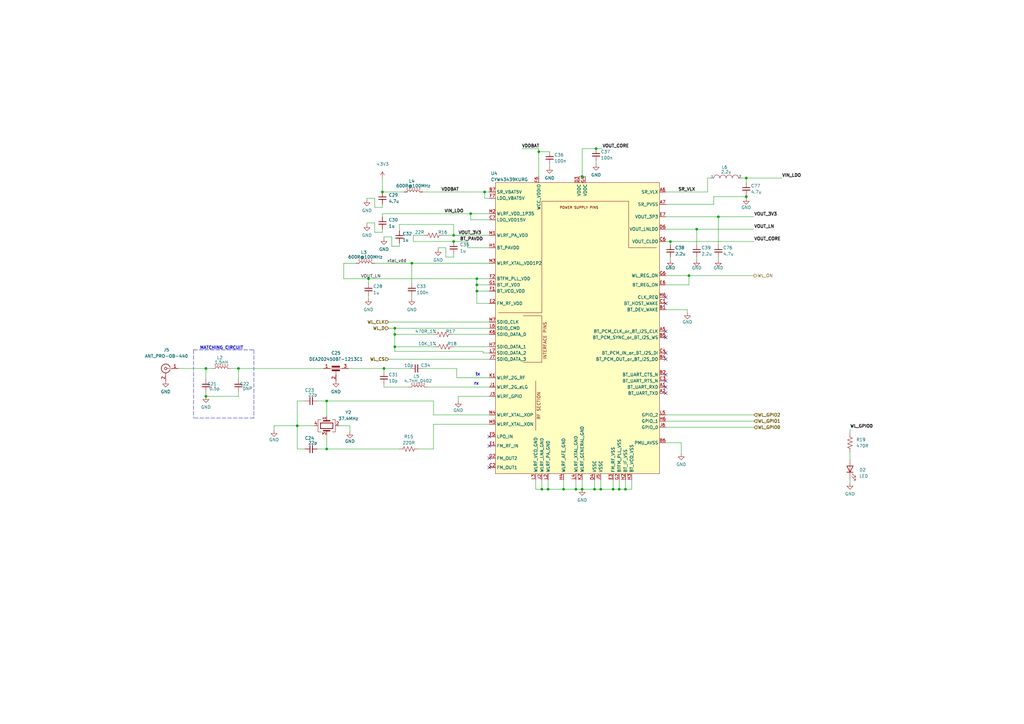
<source format=kicad_sch>
(kicad_sch (version 20211123) (generator eeschema)
  (paper "A3")
  (lib_symbols
    (symbol "Connector:Conn_Coaxial" (pin_names (offset 1.016) hide)
      (property "Reference" "J" (at 0.254 3.048 0))
      (property "Value" "Conn_Coaxial" (at 2.921 0 90))
      (symbol "Conn_Coaxial_0_1"
        (arc (start -1.778 -0.508) (mid 0.2311 -1.8066) (end 1.778 0) (stroke (width 0.254)))
        (polyline (pts (xy -2.54 0) (xy -0.508 0)))
        (polyline (pts (xy 0 -2.54) (xy 0 -1.778)))
        (circle (center 0 0) (radius 0.508) (stroke (width 0.2032)))
        (arc (start 1.778 0) (mid 0.2099 1.8101) (end -1.778 0.508) (stroke (width 0.254)))
      )
      (symbol "Conn_Coaxial_1_1"
        (pin passive line (at -5.08 0 0) (length 2.54) (name "In") (number "1"))
        (pin passive line (at 0 -5.08 90) (length 2.54) (name "Ext") (number "2"))
      )
    )
    (symbol "Device:C_Small" (pin_numbers hide) (pin_names (offset 0.254) hide)
      (property "Reference" "C" (at 0.254 1.778 0))
      (property "Value" "C_Small" (at 0.254 -2.032 0))
      (symbol "C_Small_0_1"
        (polyline (pts (xy -1.524 -0.508) (xy 1.524 -0.508)) (stroke (width 0.3302)))
        (polyline (pts (xy -1.524 0.508) (xy 1.524 0.508)) (stroke (width 0.3048)))
      )
      (symbol "C_Small_1_1"
        (pin passive line (at 0 2.54 270) (length 2.032) (name "~") (number "1"))
        (pin passive line (at 0 -2.54 90) (length 2.032) (name "~") (number "2"))
      )
    )
    (symbol "Device:Crystal_GND24" (pin_names (offset 1.016) hide)
      (property "Reference" "Y" (at 3.175 5.08 0))
      (property "Value" "Crystal_GND24" (at 3.175 3.175 0))
      (symbol "Crystal_GND24_0_1"
        (rectangle (start -1.143 2.54) (end 1.143 -2.54) (stroke (width 0.3048)))
        (polyline (pts (xy -2.54 0) (xy -2.032 0)))
        (polyline (pts (xy -2.032 -1.27) (xy -2.032 1.27)) (stroke (width 0.508)))
        (polyline (pts (xy 0 -3.81) (xy 0 -3.556)))
        (polyline (pts (xy 0 3.556) (xy 0 3.81)))
        (polyline (pts (xy 2.032 -1.27) (xy 2.032 1.27)) (stroke (width 0.508)))
        (polyline (pts (xy 2.032 0) (xy 2.54 0)))
        (polyline (pts (xy -2.54 -2.286) (xy -2.54 -3.556) (xy 2.54 -3.556) (xy 2.54 -2.286)))
        (polyline (pts (xy -2.54 2.286) (xy -2.54 3.556) (xy 2.54 3.556) (xy 2.54 2.286)))
      )
      (symbol "Crystal_GND24_1_1"
        (pin passive line (at -3.81 0 0) (length 1.27) (name "1") (number "1"))
        (pin passive line (at 0 5.08 270) (length 1.27) (name "2") (number "2"))
        (pin passive line (at 3.81 0 180) (length 1.27) (name "3") (number "3"))
        (pin passive line (at 0 -5.08 90) (length 1.27) (name "4") (number "4"))
      )
    )
    (symbol "Device:Filter_EMI_C" (pin_names (offset 0.254) hide)
      (property "Reference" "C" (at 0 7.62 0))
      (property "Value" "Filter_EMI_C" (at 0 5.715 0))
      (symbol "Filter_EMI_C_0_1"
        (rectangle (start -1.651 1.524) (end 1.524 2.032) (fill (type outline)))
        (polyline (pts (xy -2.54 2.54) (xy 2.54 2.54)))
        (polyline (pts (xy 0 0) (xy 0 1.778)))
        (rectangle (start 1.524 3.048) (end -1.651 3.556) (fill (type outline)))
      )
      (symbol "Filter_EMI_C_1_1"
        (pin passive line (at -5.08 2.54 0) (length 2.54) (name "1") (number "1"))
        (pin passive line (at 0 -2.54 90) (length 2.54) (name "2") (number "2"))
        (pin passive line (at 5.08 2.54 180) (length 2.54) (name "3") (number "3"))
      )
    )
    (symbol "Device:LED" (pin_numbers hide) (pin_names (offset 1.016) hide)
      (property "Reference" "D" (at 0 2.54 0))
      (property "Value" "LED" (at 0 -2.54 0))
      (symbol "LED_0_1"
        (polyline (pts (xy -1.27 -1.27) (xy -1.27 1.27)) (stroke (width 0.254)))
        (polyline (pts (xy -1.27 0) (xy 1.27 0)))
        (polyline (pts (xy 1.27 -1.27) (xy 1.27 1.27) (xy -1.27 0) (xy 1.27 -1.27)) (stroke (width 0.254)))
        (polyline (pts (xy -3.048 -0.762) (xy -4.572 -2.286) (xy -3.81 -2.286) (xy -4.572 -2.286) (xy -4.572 -1.524)))
        (polyline (pts (xy -1.778 -0.762) (xy -3.302 -2.286) (xy -2.54 -2.286) (xy -3.302 -2.286) (xy -3.302 -1.524)))
      )
      (symbol "LED_1_1"
        (pin passive line (at -3.81 0 0) (length 2.54) (name "K") (number "1"))
        (pin passive line (at 3.81 0 180) (length 2.54) (name "A") (number "2"))
      )
    )
    (symbol "Device:L_Ferrite" (pin_numbers hide) (pin_names (offset 1.016) hide)
      (property "Reference" "L" (at -1.27 0 90))
      (property "Value" "L_Ferrite" (at 2.794 0 90))
      (symbol "L_Ferrite_0_1"
        (arc (start 0 -2.54) (mid 0.635 -1.905) (end 0 -1.27))
        (arc (start 0 -1.27) (mid 0.635 -0.635) (end 0 0))
        (polyline (pts (xy 1.016 -2.794) (xy 1.016 -2.286)))
        (polyline (pts (xy 1.016 -1.778) (xy 1.016 -1.27)))
        (polyline (pts (xy 1.016 -0.762) (xy 1.016 -0.254)))
        (polyline (pts (xy 1.016 0.254) (xy 1.016 0.762)))
        (polyline (pts (xy 1.016 1.27) (xy 1.016 1.778)))
        (polyline (pts (xy 1.016 2.286) (xy 1.016 2.794)))
        (polyline (pts (xy 1.524 -2.286) (xy 1.524 -2.794)))
        (polyline (pts (xy 1.524 -1.27) (xy 1.524 -1.778)))
        (polyline (pts (xy 1.524 -0.254) (xy 1.524 -0.762)))
        (polyline (pts (xy 1.524 0.762) (xy 1.524 0.254)))
        (polyline (pts (xy 1.524 1.778) (xy 1.524 1.27)))
        (polyline (pts (xy 1.524 2.794) (xy 1.524 2.286)))
        (arc (start 0 0) (mid 0.635 0.635) (end 0 1.27))
        (arc (start 0 1.27) (mid 0.635 1.905) (end 0 2.54))
      )
      (symbol "L_Ferrite_1_1"
        (pin passive line (at 0 3.81 270) (length 1.27) (name "1") (number "1"))
        (pin passive line (at 0 -3.81 90) (length 1.27) (name "2") (number "2"))
      )
    )
    (symbol "Device:R_US" (pin_numbers hide) (pin_names (offset 0))
      (property "Reference" "R" (at 2.54 0 90))
      (property "Value" "R_US" (at -2.54 0 90))
      (symbol "R_US_0_1"
        (polyline (pts (xy 0 -2.286) (xy 0 -2.54)))
        (polyline (pts (xy 0 2.286) (xy 0 2.54)))
        (polyline (pts (xy 0 -0.762) (xy 1.016 -1.143) (xy 0 -1.524) (xy -1.016 -1.905) (xy 0 -2.286)))
        (polyline (pts (xy 0 0.762) (xy 1.016 0.381) (xy 0 0) (xy -1.016 -0.381) (xy 0 -0.762)))
        (polyline (pts (xy 0 2.286) (xy 1.016 1.905) (xy 0 1.524) (xy -1.016 1.143) (xy 0 0.762)))
      )
      (symbol "R_US_1_1"
        (pin passive line (at 0 3.81 270) (length 1.27) (name "~") (number "1"))
        (pin passive line (at 0 -3.81 90) (length 1.27) (name "~") (number "2"))
      )
    )
    (symbol "GCL_Integrated-Circuits:CYW43439KURG"
      (property "Reference" "U" (at 0 5.08 0))
      (property "Value" "CYW43439KURG" (at 0 2.54 0))
      (symbol "CYW43439KURG_0_0"
        (polyline (pts (xy 16.51 -101.6) (xy 16.51 -81.28)))
        (polyline (pts (xy 11.43 -54.61) (xy 19.05 -54.61) (xy 19.05 -73.66) (xy 11.43 -73.66)))
        (text "INTERFACE PINS" (at 20.32 -64.77 900) (effects (font (size 1.27 1.27))))
        (text "POWER SUPPLY PINS" (at 34.29 -10.16 0) (effects (font (size 1 1))))
        (text "RF SECTION" (at 17.78 -91.44 900) (effects (font (size 1.27 1.27))))
        (pin passive line (at 69.85 -83.82 180) (length 2.54) (name "BT_UART_RXD") (number "A1"))
        (pin passive line (at 69.85 -86.36 180) (length 2.54) (name "BT_UART_TXD") (number "A2"))
        (pin passive line (at 69.85 -60.96 180) (length 2.54) (name "BT_PCM_CLK_or_BT_I2S_CLK") (number "A5"))
        (pin passive line (at 69.85 -3.81 180) (length 2.54) (name "SR_VLX") (number "A6"))
        (pin passive line (at 69.85 -8.89 180) (length 2.54) (name "SR_PVSS") (number "A7"))
        (pin passive line (at 69.85 -52.07 180) (length 2.54) (name "BT_DEV_WAKE") (number "B1"))
        (pin passive line (at 69.85 -78.74 180) (length 2.54) (name "BT_UART_CTS_N") (number "B2"))
        (pin passive line (at 69.85 -72.39 180) (length 2.54) (name "BT_PCM_OUT_or_BT_I2S_DO") (number "B4"))
        (pin passive line (at 69.85 -63.5 180) (length 2.54) (name "BT_PCM_SYNC_or_BT_I2S_WS") (number "B5"))
        (pin passive line (at 69.85 -106.68 180) (length 2.54) (name "PMU_AVSS") (number "B6"))
        (pin passive line (at -2.54 -3.81 0) (length 2.54) (name "SR_VBAT5V") (number "B7"))
        (pin passive line (at 69.85 -49.53 180) (length 2.54) (name "BT_HOST_WAKE") (number "C1"))
        (pin passive line (at -2.54 -116.84 0) (length 2.54) (name "FM_OUT1") (number "C2"))
        (pin passive line (at 69.85 -81.28 180) (length 2.54) (name "BT_UART_RTS_N") (number "C3"))
        (pin passive line (at 69.85 -69.85 180) (length 2.54) (name "BT_PCM_IN_or_BT_I2S_DI") (number "C4"))
        (pin passive line (at 69.85 -24.13 180) (length 2.54) (name "VOUT_CLDO") (number "C6"))
        (pin passive line (at -2.54 -15.24 0) (length 2.54) (name "LDO_VDD15V") (number "C7"))
        (pin passive line (at -2.54 -113.03 0) (length 2.54) (name "FM_OUT2") (number "D2"))
        (pin passive line (at 34.29 2.54 270) (length 2.54) (name "VDDC") (number "D3"))
        (pin passive line (at 40.64 -121.92 90) (length 2.54) (name "VSSC") (number "D4"))
        (pin passive line (at 69.85 -19.05 180) (length 2.54) (name "VOUT_LNLDO") (number "D6"))
        (pin passive line (at -2.54 -107.95 0) (length 2.54) (name "FM_RF_IN") (number "E1"))
        (pin passive line (at -2.54 -49.53 0) (length 2.54) (name "FM_RF_VDD") (number "E2"))
        (pin passive line (at 48.26 -121.92 90) (length 2.54) (name "FM_RF_VSS") (number "E3"))
        (pin passive line (at 69.85 -41.91 180) (length 2.54) (name "BT_REG_ON") (number "E6"))
        (pin passive line (at 69.85 -13.97 180) (length 2.54) (name "VOUT_3P3") (number "E7"))
        (pin passive line (at -2.54 -44.45 0) (length 2.54) (name "BT_VCO_VDD") (number "F1"))
        (pin passive line (at -2.54 -39.37 0) (length 2.54) (name "BTFM_PLL_VDD") (number "F2"))
        (pin passive line (at -2.54 -104.14 0) (length 2.54) (name "LPO_IN") (number "F5"))
        (pin passive line (at 17.78 2.54 270) (length 2.54) (name "WCC_VDDIO") (number "F6"))
        (pin passive line (at -2.54 -6.35 0) (length 2.54) (name "LDO_VBAT5V") (number "F7"))
        (pin passive line (at -2.54 -41.91 0) (length 2.54) (name "BT_IF_VDD") (number "G1"))
        (pin passive line (at 50.8 -121.92 90) (length 2.54) (name "BTFM_PLL_VSS") (number "G2"))
        (pin passive line (at 36.83 2.54 270) (length 2.54) (name "VDDC") (number "G4"))
        (pin passive line (at 69.85 -38.1 180) (length 2.54) (name "WL_REG_ON") (number "G6"))
        (pin passive line (at -2.54 -26.67 0) (length 2.54) (name "BT_PAVDD") (number "H1"))
        (pin passive line (at 53.34 -121.92 90) (length 2.54) (name "BT_IF_VSS") (number "H2"))
        (pin passive line (at 55.88 -121.92 90) (length 2.54) (name "BT_VCO_VSS") (number "H3"))
        (pin passive line (at 27.94 -121.92 90) (length 2.54) (name "WLRF_AFE_GND") (number "H4"))
        (pin passive line (at 69.85 -97.79 180) (length 2.54) (name "GPIO_1") (number "H6"))
        (pin passive line (at -2.54 -67.31 0) (length 2.54) (name "SDIO_DATA_1") (number "H7"))
        (pin passive line (at -2.54 -83.82 0) (length 2.54) (name "WLRF_2G_eLG") (number "J1"))
        (pin passive line (at 19.05 -121.92 90) (length 2.54) (name "WLRF_LNA_GND") (number "J2"))
        (pin passive line (at -2.54 -87.63 0) (length 2.54) (name "WLRF_GPIO") (number "J3"))
        (pin passive line (at 43.18 -121.92 90) (length 2.54) (name "VSSC") (number "J5"))
        (pin passive line (at 69.85 -100.33 180) (length 2.54) (name "GPIO_0") (number "J6"))
        (pin passive line (at -2.54 -72.39 0) (length 2.54) (name "SDIO_DATA_3") (number "J7"))
        (pin passive line (at -2.54 -80.01 0) (length 2.54) (name "WLRF_2G_RF") (number "K1"))
        (pin passive line (at 35.56 -121.92 90) (length 2.54) (name "WLRF_GENERAL_GND") (number "K2"))
        (pin passive line (at -2.54 -62.23 0) (length 2.54) (name "SDIO_DATA_0") (number "K6"))
        (pin passive line (at 21.59 -121.92 90) (length 2.54) (name "WLRF_PA_GND") (number "L2"))
        (pin passive line (at 16.51 -121.92 90) (length 2.54) (name "WLRF_VCO_GND") (number "L3"))
        (pin passive line (at 33.02 -121.92 90) (length 2.54) (name "WLRF_XTAL_GND") (number "L4"))
        (pin passive line (at 69.85 -95.25 180) (length 2.54) (name "GPIO_2") (number "L5"))
        (pin passive line (at -2.54 -59.69 0) (length 2.54) (name "SDIO_CMD") (number "L6"))
        (pin passive line (at -2.54 -69.85 0) (length 2.54) (name "SDIO_DATA_2") (number "L7"))
        (pin passive line (at -2.54 -21.59 0) (length 2.54) (name "WLRF_PA_VDD") (number "M1"))
        (pin passive line (at -2.54 -12.7 0) (length 2.54) (name "WLRF_VDD_1P35") (number "M2"))
        (pin passive line (at -2.54 -33.02 0) (length 2.54) (name "WLRF_XTAL_VDD1P2") (number "M3"))
        (pin passive line (at -2.54 -95.25 0) (length 2.54) (name "WLRF_XTAL_XOP") (number "M4"))
        (pin passive line (at -2.54 -99.06 0) (length 2.54) (name "WLRF_XTAL_XON") (number "M5"))
        (pin passive line (at 69.85 -46.99 180) (length 2.54) (name "CLK_REQ") (number "M6"))
        (pin passive line (at -2.54 -57.15 0) (length 2.54) (name "SDIO_CLK") (number "M7"))
      )
      (symbol "CYW43439KURG_0_1"
        (polyline (pts (xy 54.61 -25.4) (xy 54.61 -26.67) (xy 66.04 -26.67)))
        (polyline (pts (xy 54.61 -25.4) (xy 54.61 -7.62) (xy 19.05 -7.62) (xy 19.05 -53.34) (xy 19.05 -53.34) (xy 1.27 -53.34)))
        (rectangle (start 0 0) (end 67.31 -119.38) (fill (type background)))
      )
    )
    (symbol "power:+3V3" (power) (pin_names (offset 0))
      (property "Value" "+3V3" (at 0 3.556 0))
      (symbol "+3V3_0_1"
        (polyline (pts (xy -0.762 1.27) (xy 0 2.54)))
        (polyline (pts (xy 0 0) (xy 0 2.54)))
        (polyline (pts (xy 0 2.54) (xy 0.762 1.27)))
      )
      (symbol "+3V3_1_1"
        (pin power_in line (at 0 0 90) (length 0) hide (name "+3V3") (number "1"))
      )
    )
    (symbol "power:GND" (power) (pin_names (offset 0))
      (property "Value" "GND" (at 0 -3.81 0))
      (symbol "GND_0_1"
        (polyline (pts (xy 0 0) (xy 0 -1.27) (xy 1.27 -1.27) (xy 0 -2.54) (xy -1.27 -1.27) (xy 0 -1.27)))
      )
      (symbol "GND_1_1"
        (pin power_in line (at 0 0 270) (length 0) hide (name "GND") (number "1"))
      )
    )
    (symbol "pspice:INDUCTOR" (pin_numbers hide) (pin_names (offset 0))
      (property "Reference" "L" (at 0 2.54 0))
      (property "Value" "INDUCTOR" (at 0 -1.27 0))
      (symbol "INDUCTOR_0_1"
        (arc (start -2.54 0) (mid -3.81 1.27) (end -5.08 0))
        (arc (start 0 0) (mid -1.27 1.27) (end -2.54 0))
        (arc (start 2.54 0) (mid 1.27 1.27) (end 0 0))
        (arc (start 5.08 0) (mid 3.81 1.27) (end 2.54 0))
      )
      (symbol "INDUCTOR_1_1"
        (pin input line (at -6.35 0 0) (length 1.27) (name "1") (number "1"))
        (pin input line (at 6.35 0 180) (length 1.27) (name "2") (number "2"))
      )
    )
  )
  (junction (at 198.755 78.74))
  (junction (at 236.22 200.66))
  (junction (at 306.07 73.025))
  (junction (at 186.055 96.52))
  (junction (at 195.58 114.3))
  (junction (at 168.91 107.95))
  (junction (at 256.54 200.66))
  (junction (at 285.75 93.98))
  (junction (at 84.455 162.56))
  (junction (at 121.92 174.625))
  (junction (at 133.985 184.15))
  (junction (at 133.985 164.465))
  (junction (at 156.845 78.74))
  (junction (at 282.575 113.03))
  (junction (at 246.38 200.66))
  (junction (at 195.58 116.84))
  (junction (at 306.07 80.645))
  (junction (at 161.925 142.24))
  (junction (at 294.64 88.9))
  (junction (at 220.98 62.23))
  (junction (at 238.76 200.66))
  (junction (at 238.76 72.39))
  (junction (at 243.84 200.66))
  (junction (at 157.48 151.13))
  (junction (at 244.475 60.96))
  (junction (at 193.04 87.63))
  (junction (at 195.58 119.38))
  (junction (at 186.055 99.06))
  (junction (at 84.455 151.13))
  (junction (at 222.25 200.66))
  (junction (at 251.46 200.66))
  (junction (at 254 200.66))
  (junction (at 97.79 151.13))
  (junction (at 274.955 99.06))
  (junction (at 151.13 114.3))
  (junction (at 231.14 200.66))
  (junction (at 224.79 200.66))
  (junction (at 161.925 134.62))
  (junction (at 161.925 137.16))
  (no_connect (at 200.66 187.96))
  (no_connect (at 273.05 135.89))
  (no_connect (at 273.05 144.78))
  (no_connect (at 273.05 138.43))
  (no_connect (at 273.05 121.92))
  (no_connect (at 273.05 124.46))
  (no_connect (at 273.05 161.29))
  (no_connect (at 273.05 153.67))
  (no_connect (at 273.05 156.21))
  (no_connect (at 200.66 179.07))
  (no_connect (at 200.66 182.88))
  (no_connect (at 200.66 191.77))
  (no_connect (at 273.05 158.75))
  (no_connect (at 273.05 147.32))
  (wire (pts (xy 238.76 72.39) (xy 238.76 60.96)))
  (wire (pts (xy 238.76 60.96) (xy 244.475 60.96)))
  (wire (pts (xy 151.13 114.3) (xy 151.13 116.205)))
  (wire (pts (xy 173.355 151.13) (xy 187.325 151.13)))
  (wire (pts (xy 304.165 73.025) (xy 306.07 73.025)))
  (wire (pts (xy 187.325 154.94) (xy 200.66 154.94)))
  (wire (pts (xy 161.925 144.145) (xy 198.12 144.145)))
  (wire (pts (xy 238.76 200.66) (xy 243.84 200.66)))
  (wire (pts (xy 282.575 116.84) (xy 273.05 116.84)))
  (wire (pts (xy 168.91 107.95) (xy 200.66 107.95)))
  (wire (pts (xy 186.055 99.06) (xy 191.77 99.06)))
  (wire (pts (xy 251.46 196.85) (xy 251.46 200.66)))
  (wire (pts (xy 259.08 200.66) (xy 259.08 196.85)))
  (wire (pts (xy 163.83 99.695) (xy 163.83 100.965)))
  (wire (pts (xy 112.395 174.625) (xy 112.395 176.53)))
  (wire (pts (xy 213.995 60.96) (xy 220.98 60.96)))
  (wire (pts (xy 121.92 174.625) (xy 112.395 174.625)))
  (wire (pts (xy 246.38 196.85) (xy 246.38 200.66)))
  (wire (pts (xy 160.655 100.965) (xy 160.655 97.155)))
  (wire (pts (xy 182.88 101.6) (xy 179.705 101.6)))
  (wire (pts (xy 125.095 184.15) (xy 121.92 184.15)))
  (wire (pts (xy 143.51 174.625) (xy 143.51 177.165)))
  (wire (pts (xy 169.545 96.52) (xy 173.99 96.52)))
  (wire (pts (xy 177.8 170.18) (xy 177.8 164.465)))
  (wire (pts (xy 200.66 101.6) (xy 191.77 101.6)))
  (wire (pts (xy 130.175 164.465) (xy 133.985 164.465)))
  (wire (pts (xy 273.05 170.18) (xy 309.245 170.18)))
  (wire (pts (xy 219.71 200.66) (xy 222.25 200.66)))
  (wire (pts (xy 195.58 124.46) (xy 195.58 119.38)))
  (wire (pts (xy 139.065 174.625) (xy 143.51 174.625)))
  (wire (pts (xy 198.755 81.28) (xy 198.755 78.74)))
  (wire (pts (xy 163.83 100.965) (xy 160.655 100.965)))
  (wire (pts (xy 195.58 116.84) (xy 200.66 116.84)))
  (wire (pts (xy 200.66 81.28) (xy 198.755 81.28)))
  (wire (pts (xy 282.575 113.03) (xy 309.245 113.03)))
  (wire (pts (xy 224.79 200.66) (xy 231.14 200.66)))
  (wire (pts (xy 182.88 105.41) (xy 182.88 101.6)))
  (polyline (pts (xy 79.375 143.51) (xy 104.14 143.51)))
  (wire (pts (xy 161.925 142.24) (xy 161.925 137.16)))
  (wire (pts (xy 306.07 73.025) (xy 320.675 73.025)))
  (wire (pts (xy 128.905 174.625) (xy 121.92 174.625)))
  (wire (pts (xy 200.66 162.56) (xy 187.96 162.56)))
  (wire (pts (xy 156.845 95.25) (xy 153.67 95.25)))
  (wire (pts (xy 348.615 196.215) (xy 348.615 198.12)))
  (wire (pts (xy 251.46 200.66) (xy 254 200.66)))
  (wire (pts (xy 177.8 184.15) (xy 177.8 173.99)))
  (wire (pts (xy 140.97 107.95) (xy 146.05 107.95)))
  (wire (pts (xy 244.475 60.96) (xy 247.015 60.96)))
  (wire (pts (xy 169.545 99.06) (xy 186.055 99.06)))
  (wire (pts (xy 236.22 196.85) (xy 236.22 200.66)))
  (polyline (pts (xy 104.14 143.51) (xy 104.14 171.45)))
  (wire (pts (xy 156.845 87.63) (xy 156.845 88.9)))
  (wire (pts (xy 125.095 164.465) (xy 121.92 164.465)))
  (wire (pts (xy 222.25 196.85) (xy 222.25 200.66)))
  (wire (pts (xy 157.48 151.13) (xy 168.275 151.13)))
  (wire (pts (xy 195.58 119.38) (xy 200.66 119.38)))
  (wire (pts (xy 285.75 93.98) (xy 285.75 100.33)))
  (wire (pts (xy 168.91 121.285) (xy 168.91 122.555)))
  (wire (pts (xy 273.05 181.61) (xy 279.4 181.61)))
  (wire (pts (xy 94.615 151.13) (xy 97.79 151.13)))
  (wire (pts (xy 177.8 170.18) (xy 200.66 170.18)))
  (wire (pts (xy 186.055 105.41) (xy 182.88 105.41)))
  (wire (pts (xy 186.055 92.075) (xy 186.055 96.52)))
  (wire (pts (xy 133.985 164.465) (xy 177.8 164.465)))
  (wire (pts (xy 225.425 67.31) (xy 225.425 68.58)))
  (wire (pts (xy 150.495 81.28) (xy 150.495 81.915)))
  (wire (pts (xy 290.195 73.025) (xy 291.465 73.025)))
  (wire (pts (xy 130.175 184.15) (xy 133.985 184.15)))
  (wire (pts (xy 159.385 147.32) (xy 200.66 147.32)))
  (wire (pts (xy 220.98 72.39) (xy 220.98 62.23)))
  (wire (pts (xy 156.845 73.025) (xy 156.845 78.74)))
  (wire (pts (xy 153.67 91.44) (xy 150.495 91.44)))
  (wire (pts (xy 156.845 83.82) (xy 156.845 85.09)))
  (wire (pts (xy 73.025 151.13) (xy 84.455 151.13)))
  (wire (pts (xy 195.58 119.38) (xy 195.58 116.84)))
  (wire (pts (xy 193.04 87.63) (xy 200.66 87.63)))
  (wire (pts (xy 281.94 127) (xy 281.94 128.27)))
  (wire (pts (xy 273.05 78.74) (xy 290.195 78.74)))
  (wire (pts (xy 273.05 88.9) (xy 294.64 88.9)))
  (wire (pts (xy 191.77 101.6) (xy 191.77 99.06)))
  (wire (pts (xy 294.64 105.41) (xy 294.64 106.68)))
  (wire (pts (xy 187.96 162.56) (xy 187.96 164.465)))
  (wire (pts (xy 142.875 151.13) (xy 157.48 151.13)))
  (wire (pts (xy 84.455 162.56) (xy 97.79 162.56)))
  (wire (pts (xy 153.67 85.09) (xy 153.67 81.28)))
  (wire (pts (xy 198.755 78.74) (xy 200.66 78.74)))
  (wire (pts (xy 274.955 99.06) (xy 309.245 99.06)))
  (wire (pts (xy 231.14 196.85) (xy 231.14 200.66)))
  (wire (pts (xy 198.12 144.145) (xy 198.12 144.78)))
  (wire (pts (xy 290.195 78.74) (xy 290.195 73.025)))
  (wire (pts (xy 97.79 151.13) (xy 132.715 151.13)))
  (wire (pts (xy 246.38 200.66) (xy 251.46 200.66)))
  (wire (pts (xy 222.25 200.66) (xy 224.79 200.66)))
  (wire (pts (xy 157.48 158.75) (xy 157.48 157.48)))
  (wire (pts (xy 279.4 181.61) (xy 279.4 186.055)))
  (wire (pts (xy 133.985 184.15) (xy 163.83 184.15)))
  (wire (pts (xy 159.385 132.08) (xy 200.66 132.08)))
  (wire (pts (xy 224.79 196.85) (xy 224.79 200.66)))
  (wire (pts (xy 97.79 162.56) (xy 97.79 160.655)))
  (wire (pts (xy 254 200.66) (xy 256.54 200.66)))
  (wire (pts (xy 179.705 101.6) (xy 179.705 102.235)))
  (wire (pts (xy 274.955 105.41) (xy 274.955 106.68)))
  (wire (pts (xy 348.615 185.42) (xy 348.615 188.595)))
  (wire (pts (xy 306.07 73.025) (xy 306.07 74.93)))
  (wire (pts (xy 186.055 96.52) (xy 200.66 96.52)))
  (wire (pts (xy 156.845 93.98) (xy 156.845 95.25)))
  (wire (pts (xy 200.66 90.17) (xy 193.04 90.17)))
  (wire (pts (xy 238.76 72.39) (xy 240.03 72.39)))
  (wire (pts (xy 254 196.85) (xy 254 200.66)))
  (wire (pts (xy 273.05 93.98) (xy 285.75 93.98)))
  (wire (pts (xy 244.475 66.04) (xy 244.475 67.31)))
  (wire (pts (xy 195.58 114.3) (xy 200.66 114.3)))
  (wire (pts (xy 151.13 114.3) (xy 195.58 114.3)))
  (wire (pts (xy 306.07 80.01) (xy 306.07 80.645)))
  (wire (pts (xy 160.655 97.155) (xy 157.48 97.155)))
  (wire (pts (xy 153.67 107.95) (xy 168.91 107.95)))
  (wire (pts (xy 156.845 78.74) (xy 165.735 78.74)))
  (wire (pts (xy 161.925 137.16) (xy 177.8 137.16)))
  (wire (pts (xy 157.48 158.75) (xy 167.64 158.75)))
  (wire (pts (xy 220.98 62.23) (xy 225.425 62.23)))
  (wire (pts (xy 159.385 134.62) (xy 161.925 134.62)))
  (wire (pts (xy 84.455 151.13) (xy 84.455 155.575)))
  (wire (pts (xy 84.455 151.13) (xy 86.995 151.13)))
  (wire (pts (xy 273.05 113.03) (xy 282.575 113.03)))
  (wire (pts (xy 282.575 113.03) (xy 282.575 116.84)))
  (wire (pts (xy 161.925 142.24) (xy 161.925 144.145)))
  (wire (pts (xy 198.12 144.78) (xy 200.66 144.78)))
  (wire (pts (xy 173.355 78.74) (xy 198.755 78.74)))
  (polyline (pts (xy 104.14 171.45) (xy 79.375 171.45)))
  (wire (pts (xy 177.8 173.99) (xy 200.66 173.99)))
  (wire (pts (xy 193.04 90.17) (xy 193.04 87.63)))
  (wire (pts (xy 243.84 200.66) (xy 246.38 200.66)))
  (wire (pts (xy 238.76 196.85) (xy 238.76 200.66)))
  (wire (pts (xy 193.04 87.63) (xy 156.845 87.63)))
  (wire (pts (xy 236.22 200.66) (xy 238.76 200.66)))
  (wire (pts (xy 186.055 104.14) (xy 186.055 105.41)))
  (wire (pts (xy 348.615 175.895) (xy 348.615 177.8)))
  (wire (pts (xy 171.45 184.15) (xy 177.8 184.15)))
  (wire (pts (xy 140.97 114.3) (xy 151.13 114.3)))
  (wire (pts (xy 121.92 174.625) (xy 121.92 184.15)))
  (wire (pts (xy 200.66 142.24) (xy 186.055 142.24)))
  (wire (pts (xy 231.14 200.66) (xy 236.22 200.66)))
  (wire (pts (xy 161.925 137.16) (xy 161.925 134.62)))
  (wire (pts (xy 163.83 94.615) (xy 163.83 92.075)))
  (wire (pts (xy 219.71 196.85) (xy 219.71 200.66)))
  (wire (pts (xy 237.49 72.39) (xy 238.76 72.39)))
  (wire (pts (xy 256.54 200.66) (xy 259.08 200.66)))
  (wire (pts (xy 306.07 80.645) (xy 306.07 81.28)))
  (wire (pts (xy 97.79 155.575) (xy 97.79 151.13)))
  (wire (pts (xy 273.05 175.26) (xy 309.245 175.26)))
  (wire (pts (xy 273.05 172.72) (xy 309.245 172.72)))
  (wire (pts (xy 84.455 160.655) (xy 84.455 162.56)))
  (wire (pts (xy 294.64 88.9) (xy 294.64 100.33)))
  (wire (pts (xy 121.92 164.465) (xy 121.92 174.625)))
  (wire (pts (xy 163.83 92.075) (xy 186.055 92.075)))
  (wire (pts (xy 292.735 83.82) (xy 292.735 80.645)))
  (wire (pts (xy 274.955 99.06) (xy 273.05 99.06)))
  (wire (pts (xy 150.495 91.44) (xy 150.495 92.075)))
  (wire (pts (xy 157.48 151.13) (xy 157.48 152.4)))
  (wire (pts (xy 294.64 88.9) (xy 309.245 88.9)))
  (wire (pts (xy 200.66 124.46) (xy 195.58 124.46)))
  (wire (pts (xy 285.75 105.41) (xy 285.75 106.68)))
  (wire (pts (xy 156.845 85.09) (xy 153.67 85.09)))
  (wire (pts (xy 187.325 151.13) (xy 187.325 154.94)))
  (wire (pts (xy 169.545 99.06) (xy 169.545 96.52)))
  (wire (pts (xy 153.67 81.28) (xy 150.495 81.28)))
  (wire (pts (xy 220.98 62.23) (xy 220.98 60.96)))
  (wire (pts (xy 200.66 137.16) (xy 185.42 137.16)))
  (wire (pts (xy 140.97 114.3) (xy 140.97 107.95)))
  (wire (pts (xy 195.58 116.84) (xy 195.58 114.3)))
  (wire (pts (xy 178.435 142.24) (xy 161.925 142.24)))
  (wire (pts (xy 243.84 196.85) (xy 243.84 200.66)))
  (wire (pts (xy 285.75 93.98) (xy 309.245 93.98)))
  (wire (pts (xy 168.91 107.95) (xy 168.91 116.205)))
  (wire (pts (xy 133.985 178.435) (xy 133.985 184.15)))
  (wire (pts (xy 151.13 121.285) (xy 151.13 122.555)))
  (wire (pts (xy 274.955 100.33) (xy 274.955 99.06)))
  (wire (pts (xy 256.54 196.85) (xy 256.54 200.66)))
  (wire (pts (xy 273.05 127) (xy 281.94 127)))
  (wire (pts (xy 153.67 95.25) (xy 153.67 91.44)))
  (polyline (pts (xy 79.375 143.51) (xy 79.375 171.45)))
  (wire (pts (xy 175.26 158.75) (xy 200.66 158.75)))
  (wire (pts (xy 161.925 134.62) (xy 200.66 134.62)))
  (wire (pts (xy 133.985 170.815) (xy 133.985 164.465)))
  (wire (pts (xy 292.735 80.645) (xy 306.07 80.645)))
  (wire (pts (xy 181.61 96.52) (xy 186.055 96.52)))
  (wire (pts (xy 157.48 97.155) (xy 157.48 97.79)))
  (wire (pts (xy 273.05 83.82) (xy 292.735 83.82)))
  (text "tx" (at 194.945 154.305 0) (effects (font (size 1.27 1.27) bold) (justify left bottom)))
  (text "MATCHING CIRCUIT" (at 81.915 143.51 0) (effects (font (size 1.27 1.27) bold) (justify left bottom)))
  (text "rx" (at 194.31 158.115 0) (effects (font (size 1.27 1.27) bold) (justify left bottom)))
  (label "xtal_vdd" (at 158.75 107.95 0))
  (label "VDDBAT" (at 180.975 78.74 0) (effects (font bold)))
  (label "VOUT_CORE" (at 247.015 60.96 0) (effects (font bold)))
  (label "VIN_LDO" (at 320.675 73.025 0) (effects (font bold)))
  (label "VDDBAT" (at 213.995 60.96 0) (effects (font bold)))
  (label "VOUT_3V3" (at 187.96 96.52 0) (effects (font bold)))
  (label "BT_PAVDD" (at 188.595 99.06 0) (effects (font bold)))
  (label "VOUT_LN" (at 309.245 93.98 0) (effects (font bold)))
  (label "VOUT_LN" (at 147.955 114.3 0))
  (label "WL_GPIO0" (at 348.615 175.895 0) (effects (font bold)))
  (label "SR_VLX" (at 278.13 78.74 0) (effects (font bold)))
  (label "VIN_LDO" (at 182.245 87.63 0) (effects (font bold)))
  (label "VOUT_CORE" (at 309.245 99.06 0) (effects (font bold)))
  (label "VOUT_3V3" (at 309.245 88.9 0) (effects (font bold)))
  (hierarchical_label "WL_GPIO1" (shape input) (at 309.245 172.72 0) (effects (font bold)))
  (hierarchical_label "WL_D" (shape input) (at 159.385 134.62 180) (effects (font bold)))
  (hierarchical_label "WL_ON" (shape output) (at 309.245 113.03 0))
  (hierarchical_label "WL_GPIO0" (shape input) (at 309.245 175.26 0) (effects (font bold)))
  (hierarchical_label "WL_GPIO2" (shape input) (at 309.245 170.18 0) (effects (font bold)))
  (hierarchical_label "WL_CS" (shape input) (at 159.385 147.32 180) (effects (font bold)))
  (hierarchical_label "WL_CLK" (shape input) (at 159.385 132.08 180) (effects (font bold)))
  (symbol (lib_id "Device:C_Small") (at 156.845 81.28 0) (unit 1)
    (property "Reference" "C29" (at 159.385 80.0162 0) (effects (justify left)))
    (property "Value" "4.7u" (at 159.385 82.5562 0) (effects (justify left)))
    (property "Footprint" "Capacitor_SMD:C_0402_1005Metric" (effects hide))
  )
  (symbol (lib_id "power:GND") (at 150.495 92.075 0) (unit 1)
    (property "Reference" "#PWR044" (effects hide))
    (property "Value" "GND" (at 150.495 96.52 0))
  )
  (symbol (lib_id "power:GND") (at 281.94 128.27 0) (unit 1)
    (property "Reference" "#PWR056" (effects hide))
    (property "Value" "GND" (at 281.94 132.08 0))
  )
  (symbol (lib_id "Device:C_Small") (at 306.07 77.47 0) (unit 1)
    (property "Reference" "C77" (at 307.975 76.2 0) (effects (justify left)))
    (property "Value" "4.7u" (at 307.975 78.74 0) (effects (justify left)))
    (property "Footprint" "Capacitor_SMD:C_0402_1005Metric" (effects hide))
  )
  (symbol (lib_id "Device:C_Small") (at 294.64 102.87 0) (unit 1)
    (property "Reference" "C76" (at 296.545 101.6 0) (effects (justify left)))
    (property "Value" "4.7u" (at 296.545 104.14 0) (effects (justify left)))
    (property "Footprint" "Capacitor_SMD:C_0402_1005Metric" (effects hide))
  )
  (symbol (lib_id "Device:L_Ferrite") (at 169.545 78.74 90) (unit 1)
    (property "Reference" "L4" (at 168.91 74.295 90))
    (property "Value" "600R@100MHz" (at 169.545 76.2 90))
    (property "Footprint" "Inductor_SMD:L_0402_1005Metric" (effects hide))
  )
  (symbol (lib_id "Device:L_Ferrite") (at 171.45 158.75 90) (unit 1)
    (property "Reference" "L5" (at 170.815 154.305 90))
    (property "Value" "4.7nH_0402" (at 171.45 156.21 90))
    (property "Footprint" "Inductor_SMD:L_0402_1005Metric" (effects hide))
  )
  (symbol (lib_id "power:GND") (at 225.425 68.58 0) (unit 1)
    (property "Reference" "#PWR051" (effects hide))
    (property "Value" "GND" (at 225.425 73.025 0))
  )
  (symbol (lib_id "Device:C_Small") (at 157.48 154.94 0) (unit 1)
    (property "Reference" "C31" (at 159.385 153.67 0) (effects (justify left)))
    (property "Value" "10p" (at 159.385 156.21 0) (effects (justify left)))
    (property "Footprint" "Capacitor_SMD:C_0402_1005Metric" (effects hide))
  )
  (symbol (lib_id "power:GND") (at 244.475 67.31 0) (unit 1)
    (property "Reference" "#PWR053" (effects hide))
    (property "Value" "GND" (at 244.475 71.755 0))
  )
  (symbol (lib_id "power:GND") (at 187.96 164.465 0) (unit 1)
    (property "Reference" "#PWR050" (effects hide))
    (property "Value" "GND" (at 187.96 168.275 0))
  )
  (symbol (lib_id "Device:C_Small") (at 127.635 184.15 90) (unit 1)
    (property "Reference" "C24" (at 128.905 179.705 90) (effects (justify left)))
    (property "Value" "22p" (at 130.175 181.61 90) (effects (justify left)))
    (property "Footprint" "Capacitor_SMD:C_0402_1005Metric" (effects hide))
  )
  (symbol (lib_id "power:GND") (at 157.48 97.79 0) (unit 1)
    (property "Reference" "#PWR047" (effects hide))
    (property "Value" "GND" (at 157.48 102.235 0))
  )
  (symbol (lib_id "Device:C_Small") (at 84.455 158.115 180) (unit 1)
    (property "Reference" "C21" (at 88.9 157.48 0) (effects (justify left)))
    (property "Value" "0.5p" (at 90.17 159.385 0) (effects (justify left)))
    (property "Footprint" "Capacitor_SMD:C_0402_1005Metric" (effects hide))
  )
  (symbol (lib_id "Device:R_US") (at 181.61 137.16 90) (unit 1)
    (property "Reference" "R17" (at 184.785 135.89 90))
    (property "Value" "470R_1%" (at 174.625 135.89 90))
    (property "Footprint" "Resistor_SMD:R_0402_1005Metric" (effects hide))
  )
  (symbol (lib_id "power:GND") (at 279.4 186.055 0) (unit 1)
    (property "Reference" "#PWR055" (effects hide))
    (property "Value" "GND" (at 279.4 190.5 0))
  )
  (symbol (lib_id "Device:C_Small") (at 127.635 164.465 90) (unit 1)
    (property "Reference" "C23" (at 128.905 160.02 90) (effects (justify left)))
    (property "Value" "22p" (at 130.175 161.925 90) (effects (justify left)))
    (property "Footprint" "Capacitor_SMD:C_0402_1005Metric" (effects hide))
  )
  (symbol (lib_id "Device:L_Ferrite") (at 149.86 107.95 90) (unit 1)
    (property "Reference" "L3" (at 149.225 103.505 90))
    (property "Value" "600R@100MHz" (at 149.86 105.41 90))
    (property "Footprint" "Inductor_SMD:L_0402_1005Metric" (effects hide))
  )
  (symbol (lib_id "pspice:INDUCTOR") (at 297.815 73.025 0) (unit 1)
    (property "Reference" "L6" (at 297.18 68.58 0))
    (property "Value" "2.2u" (at 297.815 70.485 0))
    (property "Footprint" "Inductor_SMD:L_0805_2012Metric" (effects hide))
  )
  (symbol (lib_id "power:GND") (at 306.07 81.28 0) (unit 1)
    (property "Reference" "#PWR0139" (effects hide))
    (property "Value" "GND" (at 306.07 85.09 0))
  )
  (symbol (lib_id "Device:R_US") (at 182.245 142.24 90) (unit 1)
    (property "Reference" "R18" (at 185.42 140.97 90))
    (property "Value" "10K_1%" (at 175.26 140.97 90))
    (property "Footprint" "Resistor_SMD:R_0402_1005Metric" (effects hide))
  )
  (symbol (lib_id "Device:R_US") (at 348.615 181.61 0) (unit 1)
    (property "Reference" "R19" (at 351.155 180.3399 0) (effects (justify left)))
    (property "Value" "470R" (at 351.155 182.8799 0) (effects (justify left)))
    (property "Footprint" "Resistor_SMD:R_0402_1005Metric" (effects hide))
  )
  (symbol (lib_id "power:GND") (at 294.64 106.68 0) (unit 1)
    (property "Reference" "#PWR0138" (effects hide))
    (property "Value" "GND" (at 294.64 109.855 0))
  )
  (symbol (lib_id "Device:C_Small") (at 151.13 118.745 0) (unit 1)
    (property "Reference" "C28" (at 153.035 117.475 0) (effects (justify left)))
    (property "Value" "1u" (at 153.035 120.015 0) (effects (justify left)))
    (property "Footprint" "Capacitor_SMD:C_0402_1005Metric" (effects hide))
  )
  (symbol (lib_id "power:+3V3") (at 156.845 73.025 0) (unit 1)
    (property "Reference" "#PWR046" (effects hide))
    (property "Value" "+3V3" (at 156.845 67.31 0))
  )
  (symbol (lib_id "Device:C_Small") (at 225.425 64.77 0) (unit 1)
    (property "Reference" "C36" (at 227.33 63.5 0) (effects (justify left)))
    (property "Value" "100n" (at 227.33 66.04 0) (effects (justify left)))
    (property "Footprint" "Capacitor_SMD:C_0402_1005Metric" (effects hide))
  )
  (symbol (lib_id "power:GND") (at 137.795 156.21 0) (unit 1)
    (property "Reference" "#PWR041" (effects hide))
    (property "Value" "GND" (at 137.795 160.655 0))
  )
  (symbol (lib_id "power:GND") (at 168.91 122.555 0) (unit 1)
    (property "Reference" "#PWR048" (effects hide))
    (property "Value" "GND" (at 168.91 127 0))
  )
  (symbol (lib_id "Device:L_Ferrite") (at 90.805 151.13 90) (unit 1)
    (property "Reference" "L2" (at 90.17 146.685 90))
    (property "Value" "1.5nH" (at 90.805 148.59 90))
    (property "Footprint" "Inductor_SMD:L_0402_1005Metric" (effects hide))
  )
  (symbol (lib_id "Device:R_US") (at 167.64 184.15 90) (unit 1)
    (property "Reference" "R15" (at 167.64 179.07 90))
    (property "Value" "220R" (at 167.64 181.61 90))
    (property "Footprint" "Resistor_SMD:R_0402_1005Metric" (effects hide))
  )
  (symbol (lib_id "Device:C_Small") (at 274.955 102.87 0) (unit 1)
    (property "Reference" "C38" (at 276.86 101.6 0) (effects (justify left)))
    (property "Value" "2.2u" (at 276.86 104.14 0) (effects (justify left)))
    (property "Footprint" "Capacitor_SMD:C_0402_1005Metric" (effects hide))
  )
  (symbol (lib_id "power:GND") (at 143.51 177.165 0) (unit 1)
    (property "Reference" "#PWR042" (effects hide))
    (property "Value" "GND" (at 143.51 180.975 0))
  )
  (symbol (lib_id "Connector:Conn_Coaxial") (at 67.945 151.13 0) (mirror y) (unit 1)
    (property "Reference" "J5" (at 68.2624 143.51 0))
    (property "Value" "ANT_PRO-OB-440" (at 68.2624 146.05 0))
    (property "Footprint" "greencharge-footprints:ANT_PRO-OB-440" (effects hide))
    (property "Datasheet" " ~" (effects hide))
  )
  (symbol (lib_id "power:GND") (at 67.945 156.21 0) (unit 1)
    (property "Reference" "#PWR038" (effects hide))
    (property "Value" "GND" (at 67.945 160.655 0))
  )
  (symbol (lib_id "Device:R_US") (at 177.8 96.52 90) (unit 1)
    (property "Reference" "R16" (at 181.61 95.25 90))
    (property "Value" "22R" (at 172.085 95.25 90))
    (property "Footprint" "Resistor_SMD:R_0402_1005Metric" (effects hide))
  )
  (symbol (lib_id "Device:C_Small") (at 170.815 151.13 90) (unit 1)
    (property "Reference" "C34" (at 176.53 149.86 90) (effects (justify left)))
    (property "Value" "10p" (at 169.545 149.86 90) (effects (justify left)))
    (property "Footprint" "Capacitor_SMD:C_0402_1005Metric" (effects hide))
  )
  (symbol (lib_id "Device:C_Small") (at 163.83 97.155 0) (unit 1)
    (property "Reference" "C32" (at 165.1 95.885 0) (effects (justify left)))
    (property "Value" "1u" (at 165.1 98.425 0) (effects (justify left)))
    (property "Footprint" "Capacitor_SMD:C_0402_1005Metric" (effects hide))
  )
  (symbol (lib_id "power:GND") (at 84.455 162.56 0) (unit 1)
    (property "Reference" "#PWR039" (effects hide))
    (property "Value" "GND" (at 84.455 167.005 0))
  )
  (symbol (lib_id "Device:C_Small") (at 156.845 91.44 0) (unit 1)
    (property "Reference" "C30" (at 159.385 90.1762 0) (effects (justify left)))
    (property "Value" "1u" (at 159.385 92.7162 0) (effects (justify left)))
    (property "Footprint" "Capacitor_SMD:C_0402_1005Metric" (effects hide))
  )
  (symbol (lib_id "power:GND") (at 285.75 106.68 0) (unit 1)
    (property "Reference" "#PWR0109" (effects hide))
    (property "Value" "GND" (at 285.75 109.855 0))
  )
  (symbol (lib_id "Device:Filter_EMI_C") (at 137.795 153.67 0) (unit 1)
    (property "Reference" "C25" (at 137.795 144.78 0))
    (property "Value" "DEA202450BT-1213C1" (at 137.795 147.32 0))
    (property "Footprint" "greencharge-footprints:filter_FB_DEA202450BT-1213C1" (effects hide))
    (property "Datasheet" "http://www.murata.com/~/media/webrenewal/support/library/catalog/products/emc/emifil/c31e.ashx?la=en-gb" (effects hide))
  )
  (symbol (lib_id "GCL_Integrated-Circuits:CYW43439KURG") (at 203.2 74.93 0) (unit 1)
    (property "Reference" "U4" (at 201.295 71.12 0) (effects (justify left)))
    (property "Value" "CYW43439KURG" (at 201.295 73.66 0) (effects (justify left)))
    (property "Footprint" "greencharge-footprints:WIFI_BT_IC-CYW43439" (effects hide))
  )
  (symbol (lib_id "Device:LED") (at 348.615 192.405 90) (unit 1)
    (property "Reference" "D2" (at 352.425 192.7224 90) (effects (justify right)))
    (property "Value" "LED" (at 352.425 195.2624 90) (effects (justify right)))
    (property "Footprint" "LED_SMD:LED_0603_1608Metric" (effects hide))
  )
  (symbol (lib_id "power:GND") (at 151.13 122.555 0) (unit 1)
    (property "Reference" "#PWR045" (effects hide))
    (property "Value" "GND" (at 151.13 127 0))
  )
  (symbol (lib_id "power:GND") (at 150.495 81.915 0) (unit 1)
    (property "Reference" "#PWR043" (effects hide))
    (property "Value" "GND" (at 150.495 86.36 0))
  )
  (symbol (lib_id "power:GND") (at 348.615 198.12 0) (unit 1)
    (property "Reference" "#PWR0140" (effects hide))
    (property "Value" "GND" (at 348.615 202.565 0))
  )
  (symbol (lib_id "Device:Crystal_GND24") (at 133.985 174.625 270) (unit 1)
    (property "Reference" "Y2" (at 142.875 169.1638 90))
    (property "Value" "37.4MHz" (at 142.875 171.7038 90))
    (property "Footprint" "Crystal:Crystal_SMD_2520-4Pin_2.5x2.0mm" (effects hide))
  )
  (symbol (lib_id "power:GND") (at 179.705 102.235 0) (unit 1)
    (property "Reference" "#PWR049" (effects hide))
    (property "Value" "GND" (at 179.705 106.68 0))
  )
  (symbol (lib_id "power:GND") (at 238.76 200.66 0) (unit 1)
    (property "Reference" "#PWR052" (effects hide))
    (property "Value" "GND" (at 238.76 205.105 0))
  )
  (symbol (lib_id "Device:C_Small") (at 186.055 101.6 0) (unit 1)
    (property "Reference" "C35" (at 188.595 100.3362 0) (effects (justify left)))
    (property "Value" "1u" (at 188.595 102.8762 0) (effects (justify left)))
    (property "Footprint" "Capacitor_SMD:C_0402_1005Metric" (effects hide))
  )
  (symbol (lib_id "Device:C_Small") (at 244.475 63.5 0) (unit 1)
    (property "Reference" "C37" (at 246.38 62.23 0) (effects (justify left)))
    (property "Value" "100n" (at 246.38 64.77 0) (effects (justify left)))
    (property "Footprint" "Capacitor_SMD:C_0402_1005Metric" (effects hide))
  )
  (symbol (lib_id "power:GND") (at 274.955 106.68 0) (unit 1)
    (property "Reference" "#PWR054" (effects hide))
    (property "Value" "GND" (at 274.955 109.855 0))
  )
  (symbol (lib_id "Device:C_Small") (at 285.75 102.87 0) (unit 1)
    (property "Reference" "C39" (at 287.655 101.6 0) (effects (justify left)))
    (property "Value" "2.2u" (at 287.655 104.14 0) (effects (justify left)))
    (property "Footprint" "Capacitor_SMD:C_0402_1005Metric" (effects hide))
  )
  (symbol (lib_id "Device:C_Small") (at 97.79 158.115 180) (unit 1) (in_bom no) (on_board no)
    (property "Reference" "C22" (at 102.235 157.48 0) (effects (justify left)))
    (property "Value" "DNP" (at 103.505 159.385 0) (effects (justify left)))
    (property "Footprint" "Capacitor_SMD:C_0402_1005Metric" (effects hide))
  )
  (symbol (lib_id "power:GND") (at 112.395 176.53 0) (unit 1)
    (property "Reference" "#PWR040" (effects hide))
    (property "Value" "GND" (at 112.395 180.34 0))
  )
  (symbol (lib_id "Device:C_Small") (at 168.91 118.745 0) (unit 1)
    (property "Reference" "C33" (at 170.815 117.475 0) (effects (justify left)))
    (property "Value" "100n" (at 170.815 120.015 0) (effects (justify left)))
    (property "Footprint" "Capacitor_SMD:C_0402_1005Metric" (effects hide))
  )
)
</source>
